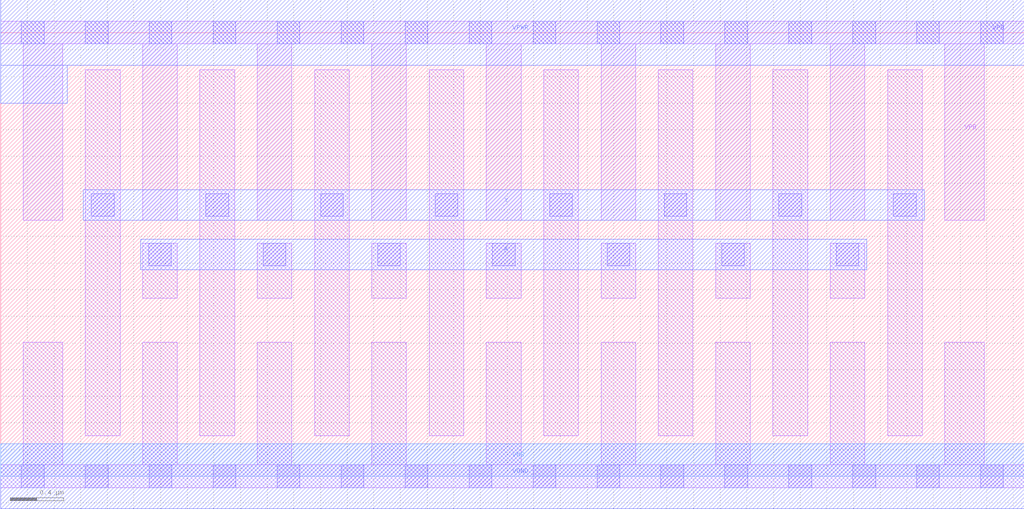
<source format=lef>
# Copyright 2020 The SkyWater PDK Authors
#
# Licensed under the Apache License, Version 2.0 (the "License");
# you may not use this file except in compliance with the License.
# You may obtain a copy of the License at
#
#     https://www.apache.org/licenses/LICENSE-2.0
#
# Unless required by applicable law or agreed to in writing, software
# distributed under the License is distributed on an "AS IS" BASIS,
# WITHOUT WARRANTIES OR CONDITIONS OF ANY KIND, either express or implied.
# See the License for the specific language governing permissions and
# limitations under the License.
#
# SPDX-License-Identifier: Apache-2.0

VERSION 5.7 ;
  NOWIREEXTENSIONATPIN ON ;
  DIVIDERCHAR "/" ;
  BUSBITCHARS "[]" ;
MACRO sky130_fd_sc_lp__inv_16
  CLASS CORE ;
  FOREIGN sky130_fd_sc_lp__inv_16 ;
  ORIGIN  0.000000  0.000000 ;
  SIZE  7.680000 BY  3.330000 ;
  SYMMETRY X Y R90 ;
  SITE unit ;
  PIN A
    ANTENNAGATEAREA  5.040000 ;
    DIRECTION INPUT ;
    USE SIGNAL ;
    PORT
      LAYER met1 ;
        RECT 1.050000 1.550000 6.500000 1.780000 ;
    END
  END A
  PIN Y
    ANTENNADIFFAREA  4.704000 ;
    DIRECTION OUTPUT ;
    USE SIGNAL ;
    PORT
      LAYER met1 ;
        RECT 0.620000 1.920000 6.930000 2.150000 ;
    END
  END Y
  PIN VGND
    DIRECTION INOUT ;
    USE GROUND ;
    PORT
      LAYER met1 ;
        RECT 0.000000 -0.245000 7.680000 0.245000 ;
    END
  END VGND
  PIN VNB
    DIRECTION INOUT ;
    USE GROUND ;
    PORT
      LAYER pwell ;
        RECT 0.000000 0.000000 7.680000 0.245000 ;
    END
  END VNB
  PIN VPB
    DIRECTION INOUT ;
    USE POWER ;
    PORT
      LAYER li1 ;
        RECT 0.000000 3.245000 7.680000 3.415000 ;
        RECT 0.170000 1.920000 0.465000 3.245000 ;
        RECT 1.065000 1.920000 1.325000 3.245000 ;
        RECT 1.925000 1.920000 2.185000 3.245000 ;
        RECT 2.785000 1.920000 3.045000 3.245000 ;
        RECT 3.645000 1.920000 3.905000 3.245000 ;
        RECT 4.505000 1.920000 4.765000 3.245000 ;
        RECT 5.365000 1.920000 5.625000 3.245000 ;
        RECT 6.225000 1.920000 6.485000 3.245000 ;
        RECT 7.085000 1.920000 7.380000 3.245000 ;
      LAYER mcon ;
        RECT 0.155000 3.245000 0.325000 3.415000 ;
        RECT 0.635000 3.245000 0.805000 3.415000 ;
        RECT 1.115000 3.245000 1.285000 3.415000 ;
        RECT 1.595000 3.245000 1.765000 3.415000 ;
        RECT 2.075000 3.245000 2.245000 3.415000 ;
        RECT 2.555000 3.245000 2.725000 3.415000 ;
        RECT 3.035000 3.245000 3.205000 3.415000 ;
        RECT 3.515000 3.245000 3.685000 3.415000 ;
        RECT 3.995000 3.245000 4.165000 3.415000 ;
        RECT 4.475000 3.245000 4.645000 3.415000 ;
        RECT 4.955000 3.245000 5.125000 3.415000 ;
        RECT 5.435000 3.245000 5.605000 3.415000 ;
        RECT 5.915000 3.245000 6.085000 3.415000 ;
        RECT 6.395000 3.245000 6.565000 3.415000 ;
        RECT 6.875000 3.245000 7.045000 3.415000 ;
        RECT 7.355000 3.245000 7.525000 3.415000 ;
    END
  END VPB
  PIN VPWR
    DIRECTION INOUT ;
    USE POWER ;
    PORT
      LAYER met1 ;
        RECT 0.000000 2.800000 0.500000 3.085000 ;
        RECT 0.000000 3.085000 7.680000 3.575000 ;
    END
  END VPWR
  OBS
    LAYER li1 ;
      RECT 0.000000 -0.085000 7.680000 0.085000 ;
      RECT 0.170000  0.085000 0.465000 1.005000 ;
      RECT 0.635000  0.305000 0.895000 3.050000 ;
      RECT 1.065000  0.085000 1.325000 1.005000 ;
      RECT 1.065000  1.335000 1.325000 1.750000 ;
      RECT 1.495000  0.305000 1.755000 3.050000 ;
      RECT 1.925000  0.085000 2.185000 1.005000 ;
      RECT 1.925000  1.335000 2.185000 1.750000 ;
      RECT 2.355000  0.305000 2.615000 3.050000 ;
      RECT 2.785000  0.085000 3.045000 1.005000 ;
      RECT 2.785000  1.335000 3.045000 1.750000 ;
      RECT 3.215000  0.305000 3.475000 3.050000 ;
      RECT 3.645000  0.085000 3.905000 1.005000 ;
      RECT 3.645000  1.335000 3.905000 1.750000 ;
      RECT 4.075000  0.305000 4.335000 3.050000 ;
      RECT 4.505000  0.085000 4.765000 1.005000 ;
      RECT 4.505000  1.335000 4.765000 1.750000 ;
      RECT 4.935000  0.305000 5.195000 3.050000 ;
      RECT 5.365000  0.085000 5.625000 1.005000 ;
      RECT 5.365000  1.335000 5.625000 1.750000 ;
      RECT 5.795000  0.305000 6.055000 3.050000 ;
      RECT 6.225000  0.085000 6.485000 1.005000 ;
      RECT 6.225000  1.335000 6.485000 1.750000 ;
      RECT 6.655000  0.305000 6.915000 3.050000 ;
      RECT 7.085000  0.085000 7.380000 1.005000 ;
    LAYER mcon ;
      RECT 0.155000 -0.085000 0.325000 0.085000 ;
      RECT 0.635000 -0.085000 0.805000 0.085000 ;
      RECT 0.680000  1.950000 0.850000 2.120000 ;
      RECT 1.110000  1.580000 1.280000 1.750000 ;
      RECT 1.115000 -0.085000 1.285000 0.085000 ;
      RECT 1.540000  1.950000 1.710000 2.120000 ;
      RECT 1.595000 -0.085000 1.765000 0.085000 ;
      RECT 1.970000  1.580000 2.140000 1.750000 ;
      RECT 2.075000 -0.085000 2.245000 0.085000 ;
      RECT 2.400000  1.950000 2.570000 2.120000 ;
      RECT 2.555000 -0.085000 2.725000 0.085000 ;
      RECT 2.830000  1.580000 3.000000 1.750000 ;
      RECT 3.035000 -0.085000 3.205000 0.085000 ;
      RECT 3.260000  1.950000 3.430000 2.120000 ;
      RECT 3.515000 -0.085000 3.685000 0.085000 ;
      RECT 3.690000  1.580000 3.860000 1.750000 ;
      RECT 3.995000 -0.085000 4.165000 0.085000 ;
      RECT 4.120000  1.950000 4.290000 2.120000 ;
      RECT 4.475000 -0.085000 4.645000 0.085000 ;
      RECT 4.550000  1.580000 4.720000 1.750000 ;
      RECT 4.955000 -0.085000 5.125000 0.085000 ;
      RECT 4.980000  1.950000 5.150000 2.120000 ;
      RECT 5.410000  1.580000 5.580000 1.750000 ;
      RECT 5.435000 -0.085000 5.605000 0.085000 ;
      RECT 5.840000  1.950000 6.010000 2.120000 ;
      RECT 5.915000 -0.085000 6.085000 0.085000 ;
      RECT 6.270000  1.580000 6.440000 1.750000 ;
      RECT 6.395000 -0.085000 6.565000 0.085000 ;
      RECT 6.700000  1.950000 6.870000 2.120000 ;
      RECT 6.875000 -0.085000 7.045000 0.085000 ;
      RECT 7.355000 -0.085000 7.525000 0.085000 ;
  END
END sky130_fd_sc_lp__inv_16
END LIBRARY

</source>
